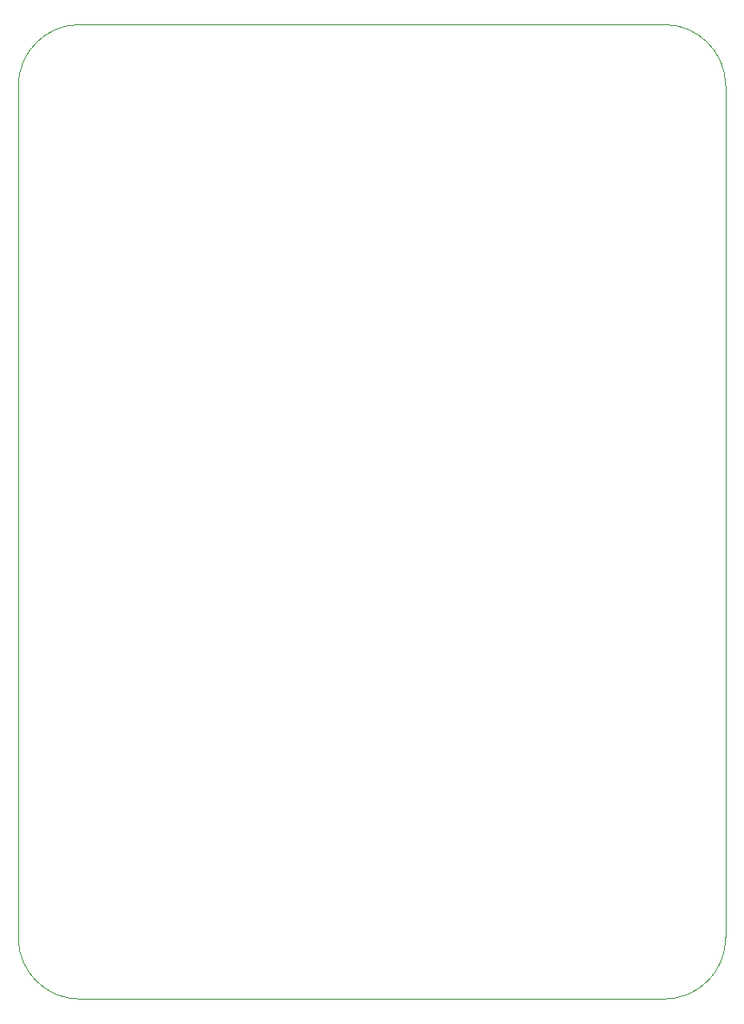
<source format=gbr>
G04 #@! TF.FileFunction,Profile,NP*
%FSLAX46Y46*%
G04 Gerber Fmt 4.6, Leading zero omitted, Abs format (unit mm)*
G04 Created by KiCad (PCBNEW (after 2015-mar-04 BZR unknown)-product) date 12/1/2016 2:15:56 PM*
%MOMM*%
G01*
G04 APERTURE LIST*
%ADD10C,0.150000*%
%ADD11C,0.100000*%
G04 APERTURE END LIST*
D10*
D11*
X16000000Y-105000000D02*
X73000000Y-105000000D01*
X73000000Y-10000000D02*
X16000000Y-10000000D01*
X79000000Y-99000000D02*
X79000000Y-16000000D01*
X10000000Y-99000000D02*
X10000000Y-16000000D01*
X10000000Y-99000000D02*
G75*
G03X16000000Y-105000000I6000000J0D01*
G01*
X73000000Y-105000000D02*
G75*
G03X79000000Y-99000000I0J6000000D01*
G01*
X79000000Y-16000000D02*
G75*
G03X73000000Y-10000000I-6000000J0D01*
G01*
X16000000Y-10000000D02*
G75*
G03X10000000Y-16000000I0J-6000000D01*
G01*
M02*

</source>
